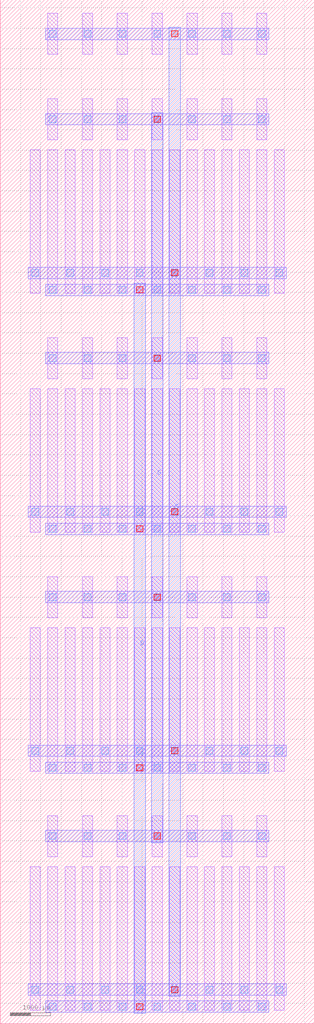
<source format=lef>
MACRO NMOS_S_17321006_X7_Y4
  UNITS 
    DATABASE MICRONS UNITS 1000;
  END UNITS 
  ORIGIN 0 0 ;
  FOREIGN NMOS_S_17321006_X7_Y4 0 0 ;
  SIZE 7740 BY 25200 ;
  PIN D
    DIRECTION INOUT ;
    USE SIGNAL ;
    PORT
      LAYER M3 ;
        RECT 3300 260 3580 18220 ;
    END
  END D
  PIN G
    DIRECTION INOUT ;
    USE SIGNAL ;
    PORT
      LAYER M3 ;
        RECT 3730 4460 4010 22420 ;
    END
  END G
  PIN S
    DIRECTION INOUT ;
    USE SIGNAL ;
    PORT
      LAYER M3 ;
        RECT 4160 680 4440 24520 ;
    END
  END S
  OBS
    LAYER M1 ;
      RECT 1165 335 1415 3865 ;
    LAYER M1 ;
      RECT 1165 4115 1415 5125 ;
    LAYER M1 ;
      RECT 1165 6215 1415 9745 ;
    LAYER M1 ;
      RECT 1165 9995 1415 11005 ;
    LAYER M1 ;
      RECT 1165 12095 1415 15625 ;
    LAYER M1 ;
      RECT 1165 15875 1415 16885 ;
    LAYER M1 ;
      RECT 1165 17975 1415 21505 ;
    LAYER M1 ;
      RECT 1165 21755 1415 22765 ;
    LAYER M1 ;
      RECT 1165 23855 1415 24865 ;
    LAYER M1 ;
      RECT 735 335 985 3865 ;
    LAYER M1 ;
      RECT 735 6215 985 9745 ;
    LAYER M1 ;
      RECT 735 12095 985 15625 ;
    LAYER M1 ;
      RECT 735 17975 985 21505 ;
    LAYER M1 ;
      RECT 1595 335 1845 3865 ;
    LAYER M1 ;
      RECT 1595 6215 1845 9745 ;
    LAYER M1 ;
      RECT 1595 12095 1845 15625 ;
    LAYER M1 ;
      RECT 1595 17975 1845 21505 ;
    LAYER M1 ;
      RECT 2025 335 2275 3865 ;
    LAYER M1 ;
      RECT 2025 4115 2275 5125 ;
    LAYER M1 ;
      RECT 2025 6215 2275 9745 ;
    LAYER M1 ;
      RECT 2025 9995 2275 11005 ;
    LAYER M1 ;
      RECT 2025 12095 2275 15625 ;
    LAYER M1 ;
      RECT 2025 15875 2275 16885 ;
    LAYER M1 ;
      RECT 2025 17975 2275 21505 ;
    LAYER M1 ;
      RECT 2025 21755 2275 22765 ;
    LAYER M1 ;
      RECT 2025 23855 2275 24865 ;
    LAYER M1 ;
      RECT 2455 335 2705 3865 ;
    LAYER M1 ;
      RECT 2455 6215 2705 9745 ;
    LAYER M1 ;
      RECT 2455 12095 2705 15625 ;
    LAYER M1 ;
      RECT 2455 17975 2705 21505 ;
    LAYER M1 ;
      RECT 2885 335 3135 3865 ;
    LAYER M1 ;
      RECT 2885 4115 3135 5125 ;
    LAYER M1 ;
      RECT 2885 6215 3135 9745 ;
    LAYER M1 ;
      RECT 2885 9995 3135 11005 ;
    LAYER M1 ;
      RECT 2885 12095 3135 15625 ;
    LAYER M1 ;
      RECT 2885 15875 3135 16885 ;
    LAYER M1 ;
      RECT 2885 17975 3135 21505 ;
    LAYER M1 ;
      RECT 2885 21755 3135 22765 ;
    LAYER M1 ;
      RECT 2885 23855 3135 24865 ;
    LAYER M1 ;
      RECT 3315 335 3565 3865 ;
    LAYER M1 ;
      RECT 3315 6215 3565 9745 ;
    LAYER M1 ;
      RECT 3315 12095 3565 15625 ;
    LAYER M1 ;
      RECT 3315 17975 3565 21505 ;
    LAYER M1 ;
      RECT 3745 335 3995 3865 ;
    LAYER M1 ;
      RECT 3745 4115 3995 5125 ;
    LAYER M1 ;
      RECT 3745 6215 3995 9745 ;
    LAYER M1 ;
      RECT 3745 9995 3995 11005 ;
    LAYER M1 ;
      RECT 3745 12095 3995 15625 ;
    LAYER M1 ;
      RECT 3745 15875 3995 16885 ;
    LAYER M1 ;
      RECT 3745 17975 3995 21505 ;
    LAYER M1 ;
      RECT 3745 21755 3995 22765 ;
    LAYER M1 ;
      RECT 3745 23855 3995 24865 ;
    LAYER M1 ;
      RECT 4175 335 4425 3865 ;
    LAYER M1 ;
      RECT 4175 6215 4425 9745 ;
    LAYER M1 ;
      RECT 4175 12095 4425 15625 ;
    LAYER M1 ;
      RECT 4175 17975 4425 21505 ;
    LAYER M1 ;
      RECT 4605 335 4855 3865 ;
    LAYER M1 ;
      RECT 4605 4115 4855 5125 ;
    LAYER M1 ;
      RECT 4605 6215 4855 9745 ;
    LAYER M1 ;
      RECT 4605 9995 4855 11005 ;
    LAYER M1 ;
      RECT 4605 12095 4855 15625 ;
    LAYER M1 ;
      RECT 4605 15875 4855 16885 ;
    LAYER M1 ;
      RECT 4605 17975 4855 21505 ;
    LAYER M1 ;
      RECT 4605 21755 4855 22765 ;
    LAYER M1 ;
      RECT 4605 23855 4855 24865 ;
    LAYER M1 ;
      RECT 5035 335 5285 3865 ;
    LAYER M1 ;
      RECT 5035 6215 5285 9745 ;
    LAYER M1 ;
      RECT 5035 12095 5285 15625 ;
    LAYER M1 ;
      RECT 5035 17975 5285 21505 ;
    LAYER M1 ;
      RECT 5465 335 5715 3865 ;
    LAYER M1 ;
      RECT 5465 4115 5715 5125 ;
    LAYER M1 ;
      RECT 5465 6215 5715 9745 ;
    LAYER M1 ;
      RECT 5465 9995 5715 11005 ;
    LAYER M1 ;
      RECT 5465 12095 5715 15625 ;
    LAYER M1 ;
      RECT 5465 15875 5715 16885 ;
    LAYER M1 ;
      RECT 5465 17975 5715 21505 ;
    LAYER M1 ;
      RECT 5465 21755 5715 22765 ;
    LAYER M1 ;
      RECT 5465 23855 5715 24865 ;
    LAYER M1 ;
      RECT 5895 335 6145 3865 ;
    LAYER M1 ;
      RECT 5895 6215 6145 9745 ;
    LAYER M1 ;
      RECT 5895 12095 6145 15625 ;
    LAYER M1 ;
      RECT 5895 17975 6145 21505 ;
    LAYER M1 ;
      RECT 6325 335 6575 3865 ;
    LAYER M1 ;
      RECT 6325 4115 6575 5125 ;
    LAYER M1 ;
      RECT 6325 6215 6575 9745 ;
    LAYER M1 ;
      RECT 6325 9995 6575 11005 ;
    LAYER M1 ;
      RECT 6325 12095 6575 15625 ;
    LAYER M1 ;
      RECT 6325 15875 6575 16885 ;
    LAYER M1 ;
      RECT 6325 17975 6575 21505 ;
    LAYER M1 ;
      RECT 6325 21755 6575 22765 ;
    LAYER M1 ;
      RECT 6325 23855 6575 24865 ;
    LAYER M1 ;
      RECT 6755 335 7005 3865 ;
    LAYER M1 ;
      RECT 6755 6215 7005 9745 ;
    LAYER M1 ;
      RECT 6755 12095 7005 15625 ;
    LAYER M1 ;
      RECT 6755 17975 7005 21505 ;
    LAYER M2 ;
      RECT 1120 280 6620 560 ;
    LAYER M2 ;
      RECT 1120 4480 6620 4760 ;
    LAYER M2 ;
      RECT 690 700 7050 980 ;
    LAYER M2 ;
      RECT 1120 6160 6620 6440 ;
    LAYER M2 ;
      RECT 1120 10360 6620 10640 ;
    LAYER M2 ;
      RECT 690 6580 7050 6860 ;
    LAYER M2 ;
      RECT 1120 12040 6620 12320 ;
    LAYER M2 ;
      RECT 1120 16240 6620 16520 ;
    LAYER M2 ;
      RECT 690 12460 7050 12740 ;
    LAYER M2 ;
      RECT 1120 17920 6620 18200 ;
    LAYER M2 ;
      RECT 1120 22120 6620 22400 ;
    LAYER M2 ;
      RECT 1120 24220 6620 24500 ;
    LAYER M2 ;
      RECT 690 18340 7050 18620 ;
    LAYER V1 ;
      RECT 1205 335 1375 505 ;
    LAYER V1 ;
      RECT 1205 4535 1375 4705 ;
    LAYER V1 ;
      RECT 1205 6215 1375 6385 ;
    LAYER V1 ;
      RECT 1205 10415 1375 10585 ;
    LAYER V1 ;
      RECT 1205 12095 1375 12265 ;
    LAYER V1 ;
      RECT 1205 16295 1375 16465 ;
    LAYER V1 ;
      RECT 1205 17975 1375 18145 ;
    LAYER V1 ;
      RECT 1205 22175 1375 22345 ;
    LAYER V1 ;
      RECT 1205 24275 1375 24445 ;
    LAYER V1 ;
      RECT 2065 335 2235 505 ;
    LAYER V1 ;
      RECT 2065 4535 2235 4705 ;
    LAYER V1 ;
      RECT 2065 6215 2235 6385 ;
    LAYER V1 ;
      RECT 2065 10415 2235 10585 ;
    LAYER V1 ;
      RECT 2065 12095 2235 12265 ;
    LAYER V1 ;
      RECT 2065 16295 2235 16465 ;
    LAYER V1 ;
      RECT 2065 17975 2235 18145 ;
    LAYER V1 ;
      RECT 2065 22175 2235 22345 ;
    LAYER V1 ;
      RECT 2065 24275 2235 24445 ;
    LAYER V1 ;
      RECT 2925 335 3095 505 ;
    LAYER V1 ;
      RECT 2925 4535 3095 4705 ;
    LAYER V1 ;
      RECT 2925 6215 3095 6385 ;
    LAYER V1 ;
      RECT 2925 10415 3095 10585 ;
    LAYER V1 ;
      RECT 2925 12095 3095 12265 ;
    LAYER V1 ;
      RECT 2925 16295 3095 16465 ;
    LAYER V1 ;
      RECT 2925 17975 3095 18145 ;
    LAYER V1 ;
      RECT 2925 22175 3095 22345 ;
    LAYER V1 ;
      RECT 2925 24275 3095 24445 ;
    LAYER V1 ;
      RECT 3785 335 3955 505 ;
    LAYER V1 ;
      RECT 3785 4535 3955 4705 ;
    LAYER V1 ;
      RECT 3785 6215 3955 6385 ;
    LAYER V1 ;
      RECT 3785 10415 3955 10585 ;
    LAYER V1 ;
      RECT 3785 12095 3955 12265 ;
    LAYER V1 ;
      RECT 3785 16295 3955 16465 ;
    LAYER V1 ;
      RECT 3785 17975 3955 18145 ;
    LAYER V1 ;
      RECT 3785 22175 3955 22345 ;
    LAYER V1 ;
      RECT 3785 24275 3955 24445 ;
    LAYER V1 ;
      RECT 4645 335 4815 505 ;
    LAYER V1 ;
      RECT 4645 4535 4815 4705 ;
    LAYER V1 ;
      RECT 4645 6215 4815 6385 ;
    LAYER V1 ;
      RECT 4645 10415 4815 10585 ;
    LAYER V1 ;
      RECT 4645 12095 4815 12265 ;
    LAYER V1 ;
      RECT 4645 16295 4815 16465 ;
    LAYER V1 ;
      RECT 4645 17975 4815 18145 ;
    LAYER V1 ;
      RECT 4645 22175 4815 22345 ;
    LAYER V1 ;
      RECT 4645 24275 4815 24445 ;
    LAYER V1 ;
      RECT 5505 335 5675 505 ;
    LAYER V1 ;
      RECT 5505 4535 5675 4705 ;
    LAYER V1 ;
      RECT 5505 6215 5675 6385 ;
    LAYER V1 ;
      RECT 5505 10415 5675 10585 ;
    LAYER V1 ;
      RECT 5505 12095 5675 12265 ;
    LAYER V1 ;
      RECT 5505 16295 5675 16465 ;
    LAYER V1 ;
      RECT 5505 17975 5675 18145 ;
    LAYER V1 ;
      RECT 5505 22175 5675 22345 ;
    LAYER V1 ;
      RECT 5505 24275 5675 24445 ;
    LAYER V1 ;
      RECT 6365 335 6535 505 ;
    LAYER V1 ;
      RECT 6365 4535 6535 4705 ;
    LAYER V1 ;
      RECT 6365 6215 6535 6385 ;
    LAYER V1 ;
      RECT 6365 10415 6535 10585 ;
    LAYER V1 ;
      RECT 6365 12095 6535 12265 ;
    LAYER V1 ;
      RECT 6365 16295 6535 16465 ;
    LAYER V1 ;
      RECT 6365 17975 6535 18145 ;
    LAYER V1 ;
      RECT 6365 22175 6535 22345 ;
    LAYER V1 ;
      RECT 6365 24275 6535 24445 ;
    LAYER V1 ;
      RECT 775 755 945 925 ;
    LAYER V1 ;
      RECT 775 6635 945 6805 ;
    LAYER V1 ;
      RECT 775 12515 945 12685 ;
    LAYER V1 ;
      RECT 775 18395 945 18565 ;
    LAYER V1 ;
      RECT 1635 755 1805 925 ;
    LAYER V1 ;
      RECT 1635 6635 1805 6805 ;
    LAYER V1 ;
      RECT 1635 12515 1805 12685 ;
    LAYER V1 ;
      RECT 1635 18395 1805 18565 ;
    LAYER V1 ;
      RECT 2495 755 2665 925 ;
    LAYER V1 ;
      RECT 2495 6635 2665 6805 ;
    LAYER V1 ;
      RECT 2495 12515 2665 12685 ;
    LAYER V1 ;
      RECT 2495 18395 2665 18565 ;
    LAYER V1 ;
      RECT 3355 755 3525 925 ;
    LAYER V1 ;
      RECT 3355 6635 3525 6805 ;
    LAYER V1 ;
      RECT 3355 12515 3525 12685 ;
    LAYER V1 ;
      RECT 3355 18395 3525 18565 ;
    LAYER V1 ;
      RECT 4215 755 4385 925 ;
    LAYER V1 ;
      RECT 4215 6635 4385 6805 ;
    LAYER V1 ;
      RECT 4215 12515 4385 12685 ;
    LAYER V1 ;
      RECT 4215 18395 4385 18565 ;
    LAYER V1 ;
      RECT 5075 755 5245 925 ;
    LAYER V1 ;
      RECT 5075 6635 5245 6805 ;
    LAYER V1 ;
      RECT 5075 12515 5245 12685 ;
    LAYER V1 ;
      RECT 5075 18395 5245 18565 ;
    LAYER V1 ;
      RECT 5935 755 6105 925 ;
    LAYER V1 ;
      RECT 5935 6635 6105 6805 ;
    LAYER V1 ;
      RECT 5935 12515 6105 12685 ;
    LAYER V1 ;
      RECT 5935 18395 6105 18565 ;
    LAYER V1 ;
      RECT 6795 755 6965 925 ;
    LAYER V1 ;
      RECT 6795 6635 6965 6805 ;
    LAYER V1 ;
      RECT 6795 12515 6965 12685 ;
    LAYER V1 ;
      RECT 6795 18395 6965 18565 ;
    LAYER V2 ;
      RECT 3365 345 3515 495 ;
    LAYER V2 ;
      RECT 3365 6225 3515 6375 ;
    LAYER V2 ;
      RECT 3365 12105 3515 12255 ;
    LAYER V2 ;
      RECT 3365 17985 3515 18135 ;
    LAYER V2 ;
      RECT 3795 4545 3945 4695 ;
    LAYER V2 ;
      RECT 3795 10425 3945 10575 ;
    LAYER V2 ;
      RECT 3795 16305 3945 16455 ;
    LAYER V2 ;
      RECT 3795 22185 3945 22335 ;
    LAYER V2 ;
      RECT 4225 765 4375 915 ;
    LAYER V2 ;
      RECT 4225 6645 4375 6795 ;
    LAYER V2 ;
      RECT 4225 12525 4375 12675 ;
    LAYER V2 ;
      RECT 4225 18405 4375 18555 ;
    LAYER V2 ;
      RECT 4225 24285 4375 24435 ;
  END
END NMOS_S_17321006_X7_Y4

</source>
